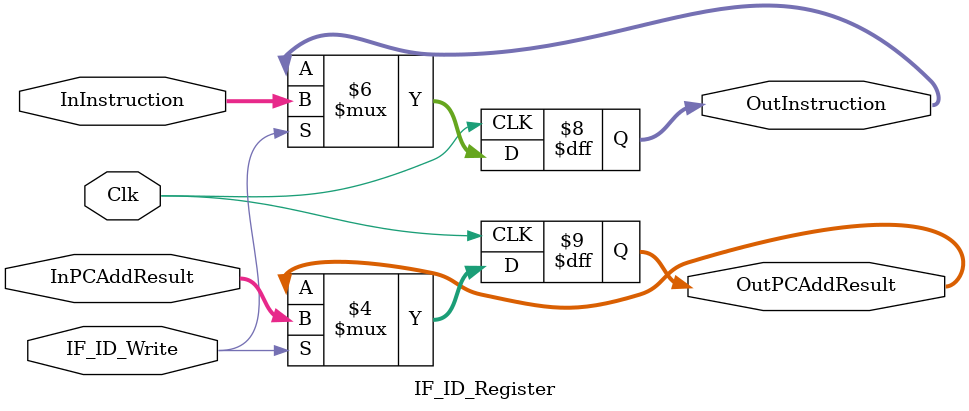
<source format=v>
`timescale 1ns / 1ps


module IF_ID_Register(Clk, InInstruction, OutInstruction, InPCAddResult, OutPCAddResult,
                      IF_ID_Write); // Added for Hazard Detection
    
    input IF_ID_Write;
    input Clk;
    input [31:0] InInstruction, InPCAddResult;

    output reg [31:0] OutInstruction, OutPCAddResult;

    initial begin
        OutInstruction <= 0;
        OutPCAddResult <= 0;
    end

    always @(posedge Clk) begin
        if (IF_ID_Write == 1) begin
            OutInstruction <= InInstruction;
            OutPCAddResult <= InPCAddResult;
        end
    end
endmodule


</source>
